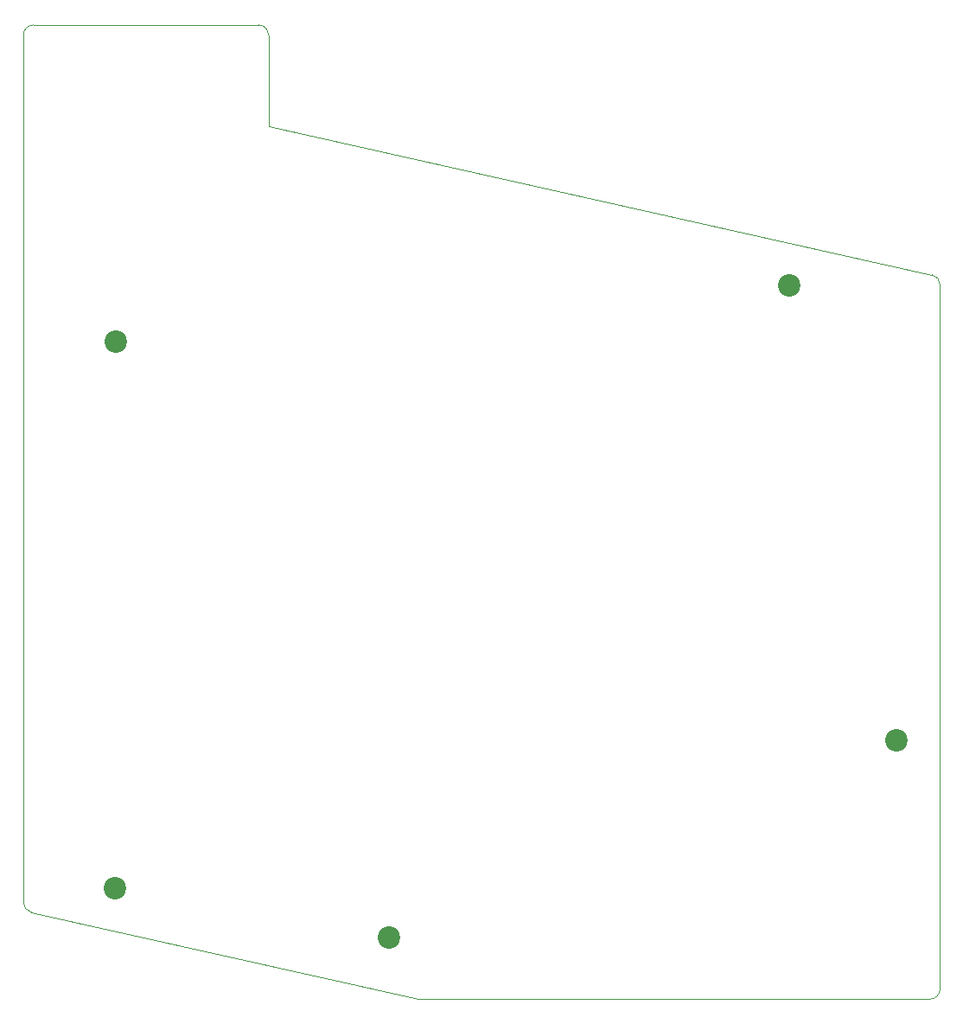
<source format=gbr>
%TF.GenerationSoftware,KiCad,Pcbnew,(6.0.6)*%
%TF.CreationDate,2022-11-27T23:57:51+09:00*%
%TF.ProjectId,split-mini__bottom,73706c69-742d-46d6-996e-695f5f626f74,rev?*%
%TF.SameCoordinates,Original*%
%TF.FileFunction,Soldermask,Top*%
%TF.FilePolarity,Negative*%
%FSLAX46Y46*%
G04 Gerber Fmt 4.6, Leading zero omitted, Abs format (unit mm)*
G04 Created by KiCad (PCBNEW (6.0.6)) date 2022-11-27 23:57:51*
%MOMM*%
%LPD*%
G01*
G04 APERTURE LIST*
%TA.AperFunction,Profile*%
%ADD10C,0.100000*%
%TD*%
%ADD11C,2.200000*%
G04 APERTURE END LIST*
D10*
X113700000Y-47980000D02*
X48706692Y-33440758D01*
X114481692Y-117888869D02*
X114481692Y-48955880D01*
X25706692Y-23513892D02*
G75*
G03*
X24706692Y-24513869I8J-1000008D01*
G01*
X113481692Y-118888892D02*
G75*
G03*
X114481692Y-117888869I8J999992D01*
G01*
X114481737Y-48955880D02*
G75*
G03*
X113700000Y-47980000I-1000137J-120D01*
G01*
X63592178Y-118888869D02*
X113481692Y-118888869D01*
X25488384Y-110389626D02*
X63373870Y-118864748D01*
X63373868Y-118864755D02*
G75*
G03*
X63592178Y-118888869I218232J975455D01*
G01*
X24706692Y-24513869D02*
X24706692Y-109413746D01*
X24706653Y-109413746D02*
G75*
G03*
X25488384Y-110389626I1000047J46D01*
G01*
X47706692Y-23513869D02*
X25706692Y-23513869D01*
X48706731Y-24513869D02*
G75*
G03*
X47706692Y-23513869I-1000031J-31D01*
G01*
X48706692Y-24513869D02*
X48706692Y-33440758D01*
D11*
%TO.C,HOLE3*%
X99710000Y-49060000D03*
%TD*%
%TO.C,HOLE5*%
X60480000Y-112870000D03*
%TD*%
%TO.C,HOLE4*%
X33690000Y-108030000D03*
%TD*%
%TO.C,HOLE2*%
X110200000Y-93560000D03*
%TD*%
%TO.C,HOLE1*%
X33730000Y-54530000D03*
%TD*%
M02*

</source>
